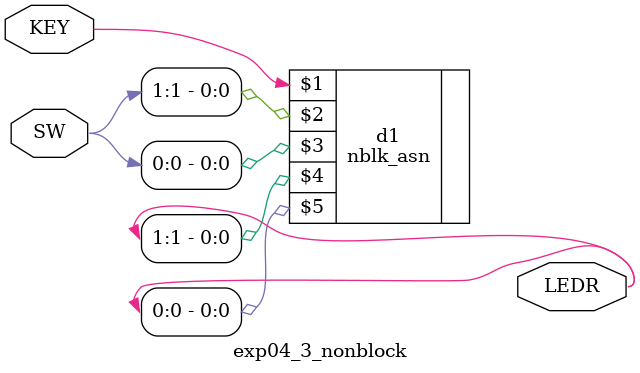
<source format=v>


module exp04_3_nonblock(

	//////////// KEY //////////
	input 		 [0:0]  		KEY,

	//////////// SW //////////
	input 		 [1:0]    		SW,

	//////////// LED //////////
	output		 [1:0]    		LEDR
);



//=======================================================
//  REG/WIRE declarations
//=======================================================

nblk_asn d1(KEY, SW[1], SW[0], LEDR[1], LEDR[0]);

//=======================================================
//  Structural coding
//=======================================================



endmodule

</source>
